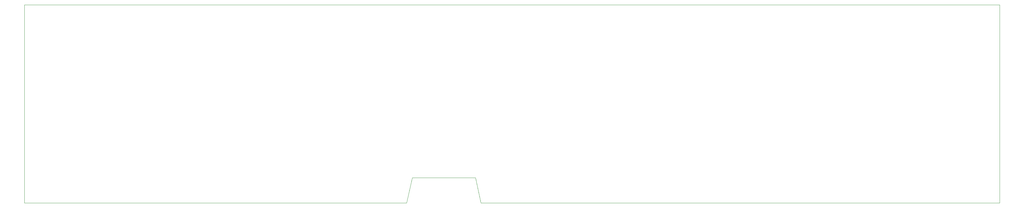
<source format=gbr>
G04 #@! TF.GenerationSoftware,KiCad,Pcbnew,(5.1.2)-2*
G04 #@! TF.CreationDate,2019-11-13T10:18:59+01:00*
G04 #@! TF.ProjectId,StepperClock,53746570-7065-4724-936c-6f636b2e6b69,v1.0*
G04 #@! TF.SameCoordinates,Original*
G04 #@! TF.FileFunction,Profile,NP*
%FSLAX46Y46*%
G04 Gerber Fmt 4.6, Leading zero omitted, Abs format (unit mm)*
G04 Created by KiCad (PCBNEW (5.1.2)-2) date 2019-11-13 10:18:59*
%MOMM*%
%LPD*%
G04 APERTURE LIST*
%ADD10C,0.050000*%
G04 APERTURE END LIST*
D10*
X59435800Y-182820740D02*
X166960800Y-182820740D01*
X168585800Y-175695740D02*
X166960800Y-182820740D01*
X186285800Y-175695740D02*
X187860800Y-182820740D01*
X168585800Y-175695740D02*
X186285800Y-175695740D01*
X59435800Y-182820740D02*
X59445800Y-126940740D01*
X333785800Y-182820740D02*
X187860800Y-182820740D01*
X333785800Y-126940740D02*
X333785800Y-182820740D01*
X59445800Y-126940740D02*
X333785800Y-126940740D01*
M02*

</source>
